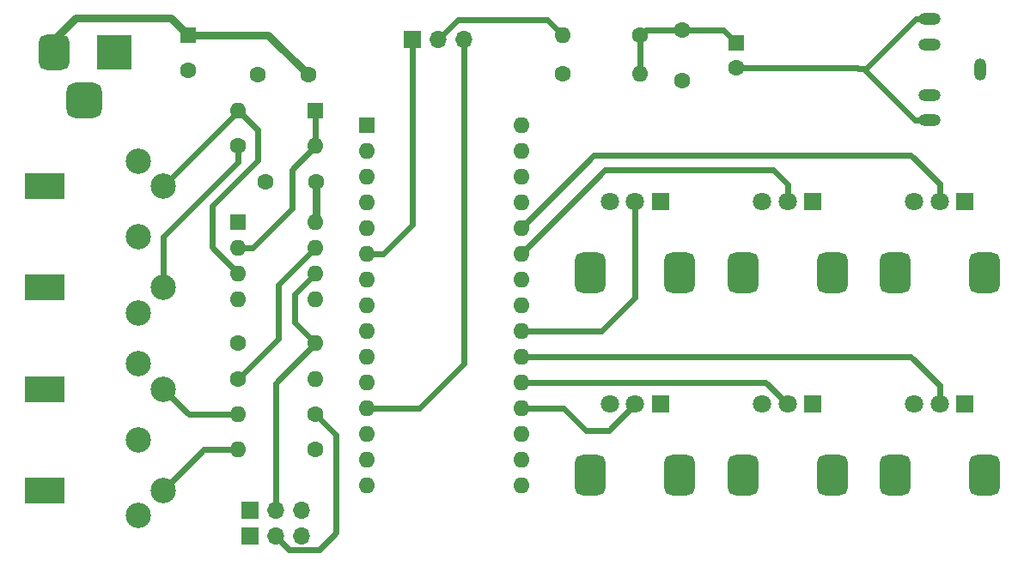
<source format=gbr>
%TF.GenerationSoftware,KiCad,Pcbnew,(6.0.5)*%
%TF.CreationDate,2022-11-11T16:19:05+00:00*%
%TF.ProjectId,NanoMozziExperimentShield,4e616e6f-4d6f-47a7-9a69-457870657269,rev?*%
%TF.SameCoordinates,Original*%
%TF.FileFunction,Copper,L1,Top*%
%TF.FilePolarity,Positive*%
%FSLAX46Y46*%
G04 Gerber Fmt 4.6, Leading zero omitted, Abs format (unit mm)*
G04 Created by KiCad (PCBNEW (6.0.5)) date 2022-11-11 16:19:05*
%MOMM*%
%LPD*%
G01*
G04 APERTURE LIST*
G04 Aperture macros list*
%AMRoundRect*
0 Rectangle with rounded corners*
0 $1 Rounding radius*
0 $2 $3 $4 $5 $6 $7 $8 $9 X,Y pos of 4 corners*
0 Add a 4 corners polygon primitive as box body*
4,1,4,$2,$3,$4,$5,$6,$7,$8,$9,$2,$3,0*
0 Add four circle primitives for the rounded corners*
1,1,$1+$1,$2,$3*
1,1,$1+$1,$4,$5*
1,1,$1+$1,$6,$7*
1,1,$1+$1,$8,$9*
0 Add four rect primitives between the rounded corners*
20,1,$1+$1,$2,$3,$4,$5,0*
20,1,$1+$1,$4,$5,$6,$7,0*
20,1,$1+$1,$6,$7,$8,$9,0*
20,1,$1+$1,$8,$9,$2,$3,0*%
G04 Aperture macros list end*
%TA.AperFunction,ComponentPad*%
%ADD10R,1.600000X1.600000*%
%TD*%
%TA.AperFunction,ComponentPad*%
%ADD11O,1.600000X1.600000*%
%TD*%
%TA.AperFunction,WasherPad*%
%ADD12R,4.000000X2.500000*%
%TD*%
%TA.AperFunction,ComponentPad*%
%ADD13C,2.499360*%
%TD*%
%TA.AperFunction,ComponentPad*%
%ADD14R,1.700000X1.700000*%
%TD*%
%TA.AperFunction,ComponentPad*%
%ADD15O,1.700000X1.700000*%
%TD*%
%TA.AperFunction,ComponentPad*%
%ADD16C,1.600000*%
%TD*%
%TA.AperFunction,ComponentPad*%
%ADD17R,1.800000X1.800000*%
%TD*%
%TA.AperFunction,ComponentPad*%
%ADD18C,1.800000*%
%TD*%
%TA.AperFunction,ComponentPad*%
%ADD19RoundRect,0.750000X-0.750000X1.250000X-0.750000X-1.250000X0.750000X-1.250000X0.750000X1.250000X0*%
%TD*%
%TA.AperFunction,ComponentPad*%
%ADD20R,3.500000X3.500000*%
%TD*%
%TA.AperFunction,ComponentPad*%
%ADD21RoundRect,0.750000X-0.750000X-1.000000X0.750000X-1.000000X0.750000X1.000000X-0.750000X1.000000X0*%
%TD*%
%TA.AperFunction,ComponentPad*%
%ADD22RoundRect,0.875000X-0.875000X-0.875000X0.875000X-0.875000X0.875000X0.875000X-0.875000X0.875000X0*%
%TD*%
%TA.AperFunction,ComponentPad*%
%ADD23O,2.200000X1.200000*%
%TD*%
%TA.AperFunction,ComponentPad*%
%ADD24O,1.200000X2.200000*%
%TD*%
%TA.AperFunction,Conductor*%
%ADD25C,0.600000*%
%TD*%
%TA.AperFunction,Conductor*%
%ADD26C,0.800000*%
%TD*%
G04 APERTURE END LIST*
D10*
%TO.P,U1,1,NC*%
%TO.N,unconnected-(U1-Pad1)*%
X72370000Y-72000000D03*
D11*
%TO.P,U1,2,C1*%
%TO.N,Net-(D1-Pad1)*%
X72370000Y-74540000D03*
%TO.P,U1,3,C2*%
%TO.N,Net-(D1-Pad2)*%
X72370000Y-77080000D03*
%TO.P,U1,4,NC*%
%TO.N,unconnected-(U1-Pad4)*%
X72370000Y-79620000D03*
%TO.P,U1,5,GND*%
%TO.N,GND*%
X79990000Y-79620000D03*
%TO.P,U1,6,VO2*%
%TO.N,Net-(J2-Pad2)*%
X79990000Y-77080000D03*
%TO.P,U1,7,VO1*%
%TO.N,Net-(R4-Pad1)*%
X79990000Y-74540000D03*
%TO.P,U1,8,VCC*%
%TO.N,+5V*%
X79990000Y-72000000D03*
%TD*%
D12*
%TO.P,OUT1,*%
%TO.N,*%
X53302300Y-88498740D03*
X53302300Y-98501260D03*
D13*
%TO.P,OUT1,1*%
%TO.N,unconnected-(OUT1-Pad1)*%
X62497200Y-100998080D03*
%TO.P,OUT1,2*%
%TO.N,GND*%
X62499740Y-93500000D03*
%TO.P,OUT1,3*%
%TO.N,unconnected-(OUT1-Pad3)*%
X62497200Y-86001920D03*
%TO.P,OUT1,4*%
%TO.N,Net-(OUT1-Pad4)*%
X64999100Y-98496180D03*
%TO.P,OUT1,5*%
%TO.N,Net-(OUT1-Pad5)*%
X64999100Y-88503820D03*
%TD*%
D14*
%TO.P,J1,1,Pin_1*%
%TO.N,unconnected-(J1-Pad1)*%
X73500000Y-103000000D03*
D15*
%TO.P,J1,2,Pin_2*%
%TO.N,Net-(J1-Pad2)*%
X76040000Y-103000000D03*
%TO.P,J1,3,Pin_3*%
%TO.N,/D1*%
X78580000Y-103000000D03*
%TD*%
D16*
%TO.P,R7,1*%
%TO.N,GND*%
X104370000Y-57360000D03*
D11*
%TO.P,R7,2*%
%TO.N,Net-(C2-Pad1)*%
X111990000Y-57360000D03*
%TD*%
D16*
%TO.P,R1,1*%
%TO.N,+5V*%
X80000000Y-94500000D03*
D11*
%TO.P,R1,2*%
%TO.N,Net-(OUT1-Pad4)*%
X72380000Y-94500000D03*
%TD*%
D10*
%TO.P,C3,1*%
%TO.N,Net-(C2-Pad1)*%
X121500000Y-54322375D03*
D16*
%TO.P,C3,2*%
%TO.N,Net-(C3-Pad2)*%
X121500000Y-56822375D03*
%TD*%
D17*
%TO.P,RV4,1,1*%
%TO.N,+5V*%
X114000000Y-70000000D03*
D18*
%TO.P,RV4,2,2*%
%TO.N,/A3*%
X111500000Y-70000000D03*
%TO.P,RV4,3,3*%
%TO.N,GND*%
X109000000Y-70000000D03*
D19*
%TO.P,RV4,MP*%
%TO.N,N/C*%
X115900000Y-77000000D03*
X107100000Y-77000000D03*
%TD*%
D16*
%TO.P,R3,1*%
%TO.N,Net-(IN1-Pad4)*%
X72370000Y-64500000D03*
D11*
%TO.P,R3,2*%
%TO.N,Net-(D1-Pad1)*%
X79990000Y-64500000D03*
%TD*%
D16*
%TO.P,C5,1*%
%TO.N,VCC*%
X79260000Y-57510000D03*
%TO.P,C5,2*%
%TO.N,GND*%
X74260000Y-57510000D03*
%TD*%
D17*
%TO.P,RV1,1,1*%
%TO.N,+5V*%
X114000000Y-90000000D03*
D18*
%TO.P,RV1,2,2*%
%TO.N,/A0*%
X111500000Y-90000000D03*
%TO.P,RV1,3,3*%
%TO.N,GND*%
X109000000Y-90000000D03*
D19*
%TO.P,RV1,MP*%
%TO.N,N/C*%
X115900000Y-97000000D03*
X107100000Y-97000000D03*
%TD*%
D10*
%TO.P,C4,1*%
%TO.N,VCC*%
X67470000Y-53567349D03*
D16*
%TO.P,C4,2*%
%TO.N,GND*%
X67470000Y-57067349D03*
%TD*%
D12*
%TO.P,IN1,*%
%TO.N,*%
X53302300Y-68498740D03*
X53302300Y-78501260D03*
D13*
%TO.P,IN1,1*%
%TO.N,unconnected-(IN1-Pad1)*%
X62497200Y-80998080D03*
%TO.P,IN1,2*%
%TO.N,unconnected-(IN1-Pad2)*%
X62499740Y-73500000D03*
%TO.P,IN1,3*%
%TO.N,unconnected-(IN1-Pad3)*%
X62497200Y-66001920D03*
%TO.P,IN1,4*%
%TO.N,Net-(IN1-Pad4)*%
X64999100Y-78496180D03*
%TO.P,IN1,5*%
%TO.N,Net-(D1-Pad2)*%
X64999100Y-68503820D03*
%TD*%
D17*
%TO.P,RV2,1,1*%
%TO.N,+5V*%
X129000000Y-90000000D03*
D18*
%TO.P,RV2,2,2*%
%TO.N,/A1*%
X126500000Y-90000000D03*
%TO.P,RV2,3,3*%
%TO.N,GND*%
X124000000Y-90000000D03*
D19*
%TO.P,RV2,MP*%
%TO.N,N/C*%
X122100000Y-97000000D03*
X130900000Y-97000000D03*
%TD*%
D14*
%TO.P,J3,1,Pin_1*%
%TO.N,/D3*%
X89500000Y-54000000D03*
D15*
%TO.P,J3,2,Pin_2*%
%TO.N,Net-(J3-Pad2)*%
X92040000Y-54000000D03*
%TO.P,J3,3,Pin_3*%
%TO.N,/D9*%
X94580000Y-54000000D03*
%TD*%
D16*
%TO.P,R6,1*%
%TO.N,Net-(C2-Pad1)*%
X111990000Y-53610000D03*
D11*
%TO.P,R6,2*%
%TO.N,Net-(J3-Pad2)*%
X104370000Y-53610000D03*
%TD*%
D17*
%TO.P,RV3,1,1*%
%TO.N,+5V*%
X144000000Y-90000000D03*
D18*
%TO.P,RV3,2,2*%
%TO.N,/A2*%
X141500000Y-90000000D03*
%TO.P,RV3,3,3*%
%TO.N,GND*%
X139000000Y-90000000D03*
D19*
%TO.P,RV3,MP*%
%TO.N,N/C*%
X137100000Y-97000000D03*
X145900000Y-97000000D03*
%TD*%
D20*
%TO.P,J4,1*%
%TO.N,GND*%
X60200000Y-55302500D03*
D21*
%TO.P,J4,2*%
%TO.N,VCC*%
X54200000Y-55302500D03*
D22*
%TO.P,J4,3*%
%TO.N,N/C*%
X57200000Y-60002500D03*
%TD*%
D16*
%TO.P,R2,1*%
%TO.N,Net-(J1-Pad2)*%
X80000000Y-91000000D03*
D11*
%TO.P,R2,2*%
%TO.N,Net-(OUT1-Pad5)*%
X72380000Y-91000000D03*
%TD*%
D17*
%TO.P,RV5,1,1*%
%TO.N,+5V*%
X129000000Y-70000000D03*
D18*
%TO.P,RV5,2,2*%
%TO.N,/A6*%
X126500000Y-70000000D03*
%TO.P,RV5,3,3*%
%TO.N,GND*%
X124000000Y-70000000D03*
D19*
%TO.P,RV5,MP*%
%TO.N,N/C*%
X122100000Y-77000000D03*
X130900000Y-77000000D03*
%TD*%
D10*
%TO.P,D1,1,K*%
%TO.N,Net-(D1-Pad1)*%
X80000000Y-61000000D03*
D11*
%TO.P,D1,2,A*%
%TO.N,Net-(D1-Pad2)*%
X72380000Y-61000000D03*
%TD*%
D14*
%TO.P,J2,1,Pin_1*%
%TO.N,unconnected-(J2-Pad1)*%
X73500000Y-100460000D03*
D15*
%TO.P,J2,2,Pin_2*%
%TO.N,Net-(J2-Pad2)*%
X76040000Y-100460000D03*
%TO.P,J2,3,Pin_3*%
%TO.N,/D0*%
X78580000Y-100460000D03*
%TD*%
D17*
%TO.P,RV6,1,1*%
%TO.N,+5V*%
X144000000Y-70000000D03*
D18*
%TO.P,RV6,2,2*%
%TO.N,/A7*%
X141500000Y-70000000D03*
%TO.P,RV6,3,3*%
%TO.N,GND*%
X139000000Y-70000000D03*
D19*
%TO.P,RV6,MP*%
%TO.N,N/C*%
X137100000Y-77000000D03*
X145900000Y-77000000D03*
%TD*%
D16*
%TO.P,C2,1*%
%TO.N,Net-(C2-Pad1)*%
X116110000Y-53040000D03*
%TO.P,C2,2*%
%TO.N,GND*%
X116110000Y-58040000D03*
%TD*%
%TO.P,C1,1*%
%TO.N,+5V*%
X80030000Y-68070000D03*
%TO.P,C1,2*%
%TO.N,GND*%
X75030000Y-68070000D03*
%TD*%
%TO.P,R4,1*%
%TO.N,Net-(R4-Pad1)*%
X72370000Y-87500000D03*
D11*
%TO.P,R4,2*%
%TO.N,GND*%
X79990000Y-87500000D03*
%TD*%
D10*
%TO.P,A1,1,D1/TX*%
%TO.N,/D1*%
X85030000Y-62440000D03*
D11*
%TO.P,A1,2,D0/RX*%
%TO.N,/D0*%
X85030000Y-64980000D03*
%TO.P,A1,3,~{RESET}*%
%TO.N,unconnected-(A1-Pad3)*%
X85030000Y-67520000D03*
%TO.P,A1,4,GND*%
%TO.N,GND*%
X85030000Y-70060000D03*
%TO.P,A1,5,D2*%
%TO.N,/D2*%
X85030000Y-72600000D03*
%TO.P,A1,6,D3*%
%TO.N,/D3*%
X85030000Y-75140000D03*
%TO.P,A1,7,D4*%
%TO.N,/D4*%
X85030000Y-77680000D03*
%TO.P,A1,8,D5*%
%TO.N,/D5*%
X85030000Y-80220000D03*
%TO.P,A1,9,D6*%
%TO.N,/D6*%
X85030000Y-82760000D03*
%TO.P,A1,10,D7*%
%TO.N,/D7*%
X85030000Y-85300000D03*
%TO.P,A1,11,D8*%
%TO.N,/D8*%
X85030000Y-87840000D03*
%TO.P,A1,12,D9*%
%TO.N,/D9*%
X85030000Y-90380000D03*
%TO.P,A1,13,D10*%
%TO.N,/D10*%
X85030000Y-92920000D03*
%TO.P,A1,14,D11*%
%TO.N,/D11*%
X85030000Y-95460000D03*
%TO.P,A1,15,D12*%
%TO.N,/D12*%
X85030000Y-98000000D03*
%TO.P,A1,16,D13*%
%TO.N,/D13*%
X100270000Y-98000000D03*
%TO.P,A1,17,3V3*%
%TO.N,+3V3*%
X100270000Y-95460000D03*
%TO.P,A1,18,AREF*%
%TO.N,unconnected-(A1-Pad18)*%
X100270000Y-92920000D03*
%TO.P,A1,19,A0*%
%TO.N,/A0*%
X100270000Y-90380000D03*
%TO.P,A1,20,A1*%
%TO.N,/A1*%
X100270000Y-87840000D03*
%TO.P,A1,21,A2*%
%TO.N,/A2*%
X100270000Y-85300000D03*
%TO.P,A1,22,A3*%
%TO.N,/A3*%
X100270000Y-82760000D03*
%TO.P,A1,23,A4*%
%TO.N,/A4*%
X100270000Y-80220000D03*
%TO.P,A1,24,A5*%
%TO.N,/A5*%
X100270000Y-77680000D03*
%TO.P,A1,25,A6*%
%TO.N,/A6*%
X100270000Y-75140000D03*
%TO.P,A1,26,A7*%
%TO.N,/A7*%
X100270000Y-72600000D03*
%TO.P,A1,27,+5V*%
%TO.N,+5V*%
X100270000Y-70060000D03*
%TO.P,A1,28,~{RESET}*%
%TO.N,unconnected-(A1-Pad28)*%
X100270000Y-67520000D03*
%TO.P,A1,29,GND*%
%TO.N,GND*%
X100270000Y-64980000D03*
%TO.P,A1,30,VIN*%
%TO.N,VCC*%
X100270000Y-62440000D03*
%TD*%
D23*
%TO.P,J5,R*%
%TO.N,Net-(C3-Pad2)*%
X140500000Y-61980000D03*
%TO.P,J5,RN*%
%TO.N,N/C*%
X140500000Y-59480000D03*
D24*
%TO.P,J5,S*%
%TO.N,GND*%
X145500000Y-56980000D03*
D23*
%TO.P,J5,T*%
%TO.N,Net-(C3-Pad2)*%
X140500000Y-51980000D03*
%TO.P,J5,TN*%
%TO.N,N/C*%
X140500000Y-54480000D03*
%TD*%
D16*
%TO.P,R5,1*%
%TO.N,+5V*%
X72370000Y-84000000D03*
D11*
%TO.P,R5,2*%
%TO.N,Net-(J2-Pad2)*%
X79990000Y-84000000D03*
%TD*%
D25*
%TO.N,/D3*%
X89500000Y-54000000D02*
X89500000Y-72260000D01*
X86620000Y-75140000D02*
X85030000Y-75140000D01*
X89500000Y-72260000D02*
X86620000Y-75140000D01*
%TO.N,/D9*%
X90220000Y-90380000D02*
X85030000Y-90380000D01*
X94580000Y-86020000D02*
X90220000Y-90380000D01*
X94580000Y-54000000D02*
X94580000Y-86020000D01*
%TO.N,/A0*%
X106640000Y-92590000D02*
X104430000Y-90380000D01*
X108910000Y-92590000D02*
X106640000Y-92590000D01*
X111500000Y-90000000D02*
X108910000Y-92590000D01*
X104430000Y-90380000D02*
X100270000Y-90380000D01*
%TO.N,/A1*%
X124340000Y-87840000D02*
X100270000Y-87840000D01*
X126500000Y-90000000D02*
X124340000Y-87840000D01*
%TO.N,/A2*%
X138650000Y-85300000D02*
X100270000Y-85300000D01*
X141500000Y-90000000D02*
X141500000Y-88150000D01*
X141500000Y-88150000D02*
X138650000Y-85300000D01*
%TO.N,/A3*%
X108200000Y-82760000D02*
X111500000Y-79460000D01*
X100270000Y-82760000D02*
X108200000Y-82760000D01*
X111500000Y-79460000D02*
X111500000Y-70000000D01*
%TO.N,/A6*%
X126500000Y-68320000D02*
X126500000Y-70000000D01*
X125060000Y-66880000D02*
X126500000Y-68320000D01*
X109560000Y-66880000D02*
X125060000Y-66880000D01*
X100270000Y-75140000D02*
X108530000Y-66880000D01*
X108530000Y-66880000D02*
X109560000Y-66880000D01*
%TO.N,/A7*%
X100270000Y-72600000D02*
X107430000Y-65440000D01*
X107430000Y-65440000D02*
X108570000Y-65440000D01*
X138680000Y-65440000D02*
X141500000Y-68260000D01*
X141500000Y-68260000D02*
X141500000Y-70000000D01*
X108570000Y-65440000D02*
X138680000Y-65440000D01*
D26*
%TO.N,+5V*%
X80030000Y-68070000D02*
X80030000Y-71960000D01*
X80030000Y-71960000D02*
X79990000Y-72000000D01*
D25*
%TO.N,Net-(C2-Pad1)*%
X116110000Y-53040000D02*
X112560000Y-53040000D01*
X116110000Y-53040000D02*
X120217625Y-53040000D01*
X120217625Y-53040000D02*
X121500000Y-54322375D01*
X112560000Y-53040000D02*
X111990000Y-53610000D01*
X111990000Y-53610000D02*
X111990000Y-57360000D01*
%TO.N,Net-(C3-Pad2)*%
X140500000Y-61980000D02*
X139510000Y-61980000D01*
X139154750Y-51980000D02*
X134332375Y-56802375D01*
X134232375Y-57132375D02*
X134645000Y-57545000D01*
X139080000Y-61980000D02*
X140500000Y-61980000D01*
X134645000Y-57545000D02*
X139080000Y-61980000D01*
X133512375Y-56902375D02*
X133432375Y-56822375D01*
X134002375Y-56902375D02*
X133512375Y-56902375D01*
X134332375Y-56802375D02*
X134232375Y-56902375D01*
X133512375Y-56902375D02*
X134232375Y-56902375D01*
X140500000Y-51980000D02*
X139154750Y-51980000D01*
X134232375Y-56902375D02*
X134232375Y-57132375D01*
X133432375Y-56822375D02*
X121500000Y-56822375D01*
X134645000Y-57545000D02*
X134002375Y-56902375D01*
%TO.N,Net-(D1-Pad1)*%
X77660000Y-70660000D02*
X77660000Y-66830000D01*
X80000000Y-61000000D02*
X80000000Y-64490000D01*
X80000000Y-64490000D02*
X79990000Y-64500000D01*
X77660000Y-66830000D02*
X79990000Y-64500000D01*
X73780000Y-74540000D02*
X77660000Y-70660000D01*
X72370000Y-74540000D02*
X73780000Y-74540000D01*
%TO.N,Net-(D1-Pad2)*%
X69800000Y-70430000D02*
X69800000Y-74510000D01*
X72380000Y-61000000D02*
X74300000Y-62920000D01*
X72380000Y-61122920D02*
X72380000Y-61000000D01*
X74300000Y-62920000D02*
X74300000Y-65930000D01*
X64999100Y-68503820D02*
X72380000Y-61122920D01*
X74300000Y-65930000D02*
X69800000Y-70430000D01*
X69800000Y-74510000D02*
X72370000Y-77080000D01*
%TO.N,Net-(IN1-Pad4)*%
X72370000Y-66070000D02*
X72370000Y-64500000D01*
X64999100Y-73440900D02*
X64999100Y-78496180D01*
X64999100Y-73440900D02*
X72370000Y-66070000D01*
%TO.N,Net-(J1-Pad2)*%
X81990000Y-102720000D02*
X80360489Y-104349511D01*
X80000000Y-91000000D02*
X81990000Y-92990000D01*
X80360489Y-104349511D02*
X77389511Y-104349511D01*
X77389511Y-104349511D02*
X76040000Y-103000000D01*
X81990000Y-92990000D02*
X81990000Y-102720000D01*
%TO.N,Net-(J2-Pad2)*%
X79990000Y-77080000D02*
X77940000Y-79130000D01*
X76040000Y-87950000D02*
X76040000Y-100460000D01*
X79990000Y-84000000D02*
X76040000Y-87950000D01*
X77940000Y-81950000D02*
X79990000Y-84000000D01*
X77940000Y-79130000D02*
X77940000Y-81950000D01*
%TO.N,Net-(OUT1-Pad4)*%
X68995280Y-94500000D02*
X64999100Y-98496180D01*
X72380000Y-94500000D02*
X68995280Y-94500000D01*
%TO.N,Net-(OUT1-Pad5)*%
X64999100Y-88503820D02*
X67495280Y-91000000D01*
X67495280Y-91000000D02*
X72380000Y-91000000D01*
%TO.N,Net-(R4-Pad1)*%
X76310000Y-78220000D02*
X76310000Y-83560000D01*
X79990000Y-74540000D02*
X76310000Y-78220000D01*
X76310000Y-83560000D02*
X72370000Y-87500000D01*
D26*
%TO.N,VCC*%
X54200000Y-54010000D02*
X56350000Y-51860000D01*
X67470000Y-53567349D02*
X75317349Y-53567349D01*
X54200000Y-55302500D02*
X54200000Y-54010000D01*
X75317349Y-53567349D02*
X79260000Y-57510000D01*
X65762651Y-51860000D02*
X67470000Y-53567349D01*
X56350000Y-51860000D02*
X65762651Y-51860000D01*
D25*
%TO.N,Net-(J3-Pad2)*%
X102800000Y-52040000D02*
X104370000Y-53610000D01*
X92040000Y-54000000D02*
X94000000Y-52040000D01*
X94000000Y-52040000D02*
X102800000Y-52040000D01*
%TD*%
M02*

</source>
